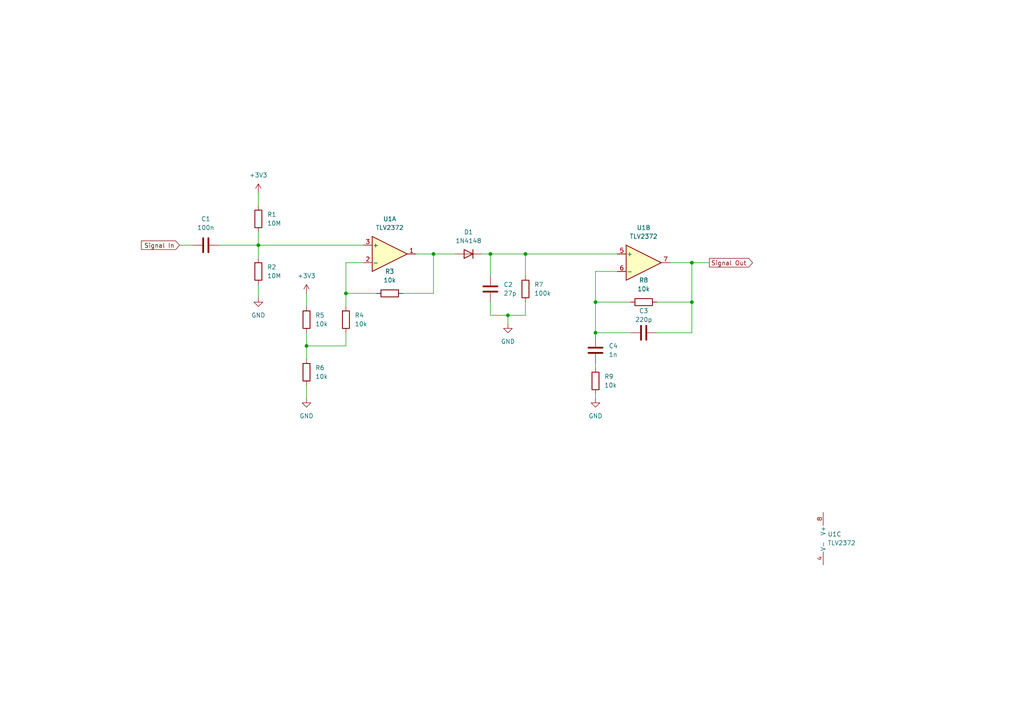
<source format=kicad_sch>
(kicad_sch (version 20230121) (generator eeschema)
  (paper "A4")
  (lib_symbols
    (symbol "Amplifier_Operational:TLV2372" (pin_names (offset 0.127))
      (property "Reference" "U" (at 0 5.08 0))
      (property "Value" "TLV2372" (at 0 -5.08 0))
      (symbol "TLV2372_1_1"
        (polyline (pts (xy -5.08 5.08) (xy 5.08 0) (xy -5.08 -5.08) (xy -5.08 5.08)) (stroke (width 0.254)) (fill (type background)))
        (pin output line (at 7.62 0 180) (length 2.54) (name "~") (number "1"))
        (pin input line (at -7.62 -2.54 0) (length 2.54) (name "-") (number "2"))
        (pin input line (at -7.62 2.54 0) (length 2.54) (name "+") (number "3"))
      )
      (symbol "TLV2372_2_1"
        (polyline (pts (xy -5.08 5.08) (xy 5.08 0) (xy -5.08 -5.08) (xy -5.08 5.08)) (stroke (width 0.254)) (fill (type background)))
        (pin input line (at -7.62 2.54 0) (length 2.54) (name "+") (number "5"))
        (pin input line (at -7.62 -2.54 0) (length 2.54) (name "-") (number "6"))
        (pin output line (at 7.62 0 180) (length 2.54) (name "~") (number "7"))
      )
      (symbol "TLV2372_3_1"
        (pin power_in line (at -2.54 -7.62 90) (length 3.81) (name "V-") (number "4"))
        (pin power_in line (at -2.54 7.62 270) (length 3.81) (name "V+") (number "8"))
      )
    )
    (symbol "Device:C" (pin_numbers hide) (pin_names (offset 0.254))
      (property "Reference" "C" (at 0.635 2.54 0))
      (property "Value" "C" (at 0.635 -2.54 0))
      (symbol "C_0_1"
        (polyline (pts (xy -2.032 -0.762) (xy 2.032 -0.762)) (stroke (width 0.508)))
        (polyline (pts (xy -2.032 0.762) (xy 2.032 0.762)) (stroke (width 0.508)))
      )
      (symbol "C_1_1"
        (pin passive line (at 0 3.81 270) (length 2.794) (name "~") (number "1"))
        (pin passive line (at 0 -3.81 90) (length 2.794) (name "~") (number "2"))
      )
    )
    (symbol "Device:R" (pin_numbers hide) (pin_names (offset 0))
      (property "Reference" "R" (at 2.032 0 90))
      (property "Value" "R" (at 0 0 90))
      (symbol "R_0_1"
        (rectangle (start -1.016 -2.54) (end 1.016 2.54) (stroke (width 0.254)))
      )
      (symbol "R_1_1"
        (pin passive line (at 0 3.81 270) (length 1.27) (name "~") (number "1"))
        (pin passive line (at 0 -3.81 90) (length 1.27) (name "~") (number "2"))
      )
    )
    (symbol "Diode:1N4148" (pin_numbers hide) (pin_names hide)
      (property "Reference" "D" (at 0 2.54 0))
      (property "Value" "1N4148" (at 0 -2.54 0))
      (symbol "1N4148_0_1"
        (polyline (pts (xy -1.27 1.27) (xy -1.27 -1.27)) (stroke (width 0.254)))
        (polyline (pts (xy 1.27 0) (xy -1.27 0)))
        (polyline (pts (xy 1.27 1.27) (xy 1.27 -1.27) (xy -1.27 0) (xy 1.27 1.27)) (stroke (width 0.254)))
      )
      (symbol "1N4148_1_1"
        (pin passive line (at -3.81 0 0) (length 2.54) (name "K") (number "1"))
        (pin passive line (at 3.81 0 180) (length 2.54) (name "A") (number "2"))
      )
    )
    (symbol "power:+3V3" (power) (pin_names (offset 0))
      (property "Value" "+3V3" (at 0 3.556 0))
      (symbol "+3V3_0_1"
        (polyline (pts (xy -0.762 1.27) (xy 0 2.54)))
        (polyline (pts (xy 0 0) (xy 0 2.54)))
        (polyline (pts (xy 0 2.54) (xy 0.762 1.27)))
      )
      (symbol "+3V3_1_1"
        (pin power_in line (at 0 0 90) (length 0) hide (name "+3V3") (number "1"))
      )
    )
    (symbol "power:GND" (power) (pin_names (offset 0))
      (property "Value" "GND" (at 0 -3.81 0))
      (symbol "GND_0_1"
        (polyline (pts (xy 0 0) (xy 0 -1.27) (xy 1.27 -1.27) (xy 0 -2.54) (xy -1.27 -1.27) (xy 0 -1.27)))
      )
      (symbol "GND_1_1"
        (pin power_in line (at 0 0 270) (length 0) hide (name "GND") (number "1"))
      )
    )
  )
  (junction (at 172.72 96.52))
  (junction (at 200.66 87.63))
  (junction (at 125.73 73.66))
  (junction (at 152.4 73.66))
  (junction (at 147.32 91.44))
  (junction (at 142.24 73.66))
  (junction (at 200.66 76.2))
  (junction (at 172.72 87.63))
  (junction (at 74.93 71.12))
  (junction (at 88.9 100.33))
  (junction (at 100.33 85.09))
  (wire (pts (xy 172.72 114.3) (xy 172.72 115.57)))
  (wire (pts (xy 88.9 100.33) (xy 100.33 100.33)))
  (wire (pts (xy 74.93 71.12) (xy 74.93 74.93)))
  (wire (pts (xy 200.66 96.52) (xy 200.66 87.63)))
  (wire (pts (xy 74.93 71.12) (xy 105.41 71.12)))
  (wire (pts (xy 100.33 76.2) (xy 100.33 85.09)))
  (wire (pts (xy 190.5 87.63) (xy 200.66 87.63)))
  (wire (pts (xy 125.73 85.09) (xy 125.73 73.66)))
  (wire (pts (xy 74.93 82.55) (xy 74.93 86.36)))
  (wire (pts (xy 152.4 73.66) (xy 179.07 73.66)))
  (wire (pts (xy 190.5 96.52) (xy 200.66 96.52)))
  (wire (pts (xy 179.07 78.74) (xy 172.72 78.74)))
  (wire (pts (xy 142.24 73.66) (xy 142.24 80.01)))
  (wire (pts (xy 152.4 91.44) (xy 147.32 91.44)))
  (wire (pts (xy 142.24 87.63) (xy 142.24 91.44)))
  (wire (pts (xy 152.4 73.66) (xy 142.24 73.66)))
  (wire (pts (xy 172.72 78.74) (xy 172.72 87.63)))
  (wire (pts (xy 88.9 96.52) (xy 88.9 100.33)))
  (wire (pts (xy 105.41 76.2) (xy 100.33 76.2)))
  (wire (pts (xy 132.08 73.66) (xy 125.73 73.66)))
  (wire (pts (xy 88.9 111.76) (xy 88.9 115.57)))
  (wire (pts (xy 200.66 76.2) (xy 194.31 76.2)))
  (wire (pts (xy 100.33 85.09) (xy 100.33 88.9)))
  (wire (pts (xy 52.07 71.12) (xy 55.88 71.12)))
  (wire (pts (xy 142.24 91.44) (xy 147.32 91.44)))
  (wire (pts (xy 125.73 73.66) (xy 120.65 73.66)))
  (wire (pts (xy 100.33 100.33) (xy 100.33 96.52)))
  (wire (pts (xy 172.72 87.63) (xy 182.88 87.63)))
  (wire (pts (xy 100.33 85.09) (xy 109.22 85.09)))
  (wire (pts (xy 74.93 67.31) (xy 74.93 71.12)))
  (wire (pts (xy 88.9 85.09) (xy 88.9 88.9)))
  (wire (pts (xy 147.32 93.98) (xy 147.32 91.44)))
  (wire (pts (xy 172.72 105.41) (xy 172.72 106.68)))
  (wire (pts (xy 152.4 87.63) (xy 152.4 91.44)))
  (wire (pts (xy 172.72 87.63) (xy 172.72 96.52)))
  (wire (pts (xy 200.66 87.63) (xy 200.66 76.2)))
  (wire (pts (xy 200.66 76.2) (xy 205.74 76.2)))
  (wire (pts (xy 74.93 55.88) (xy 74.93 59.69)))
  (wire (pts (xy 88.9 100.33) (xy 88.9 104.14)))
  (wire (pts (xy 139.7 73.66) (xy 142.24 73.66)))
  (wire (pts (xy 172.72 96.52) (xy 172.72 97.79)))
  (wire (pts (xy 152.4 80.01) (xy 152.4 73.66)))
  (wire (pts (xy 63.5 71.12) (xy 74.93 71.12)))
  (wire (pts (xy 172.72 96.52) (xy 182.88 96.52)))
  (wire (pts (xy 116.84 85.09) (xy 125.73 85.09)))
  (global_label "Signal Out" (shape output) (at 205.74 76.2 0) (property "Intersheetrefs" "${INTERSHEET_REFS}" (effects hide)))
  (global_label "Signal In" (shape input) (at 52.07 71.12 180) (property "Intersheetrefs" "${INTERSHEET_REFS}" (effects hide)))
  (symbol (lib_id "Device:R") (at 74.93 63.5 0) (unit 1)
    (property "Reference" "R1" (at 77.47 62.23 0) (effects (justify left)))
    (property "Value" "10M" (at 77.47 64.77 0) (effects (justify left)))
  )
  (symbol (lib_id "Device:R") (at 186.69 87.63 270) (unit 1)
    (property "Reference" "R8" (at 186.69 81.28 90))
    (property "Value" "10k" (at 186.69 83.82 90))
  )
  (symbol (lib_id "Device:R") (at 74.93 78.74 0) (unit 1)
    (property "Reference" "R2" (at 77.47 77.47 0) (effects (justify left)))
    (property "Value" "10M" (at 77.47 80.01 0) (effects (justify left)))
  )
  (symbol (lib_id "power:GND") (at 172.72 115.57 0) (unit 1)
    (property "Reference" "#PWR06" (effects hide))
    (property "Value" "GND" (at 172.72 120.65 0))
  )
  (symbol (lib_id "Device:R") (at 88.9 92.71 180) (unit 1)
    (property "Reference" "R5" (at 91.44 91.44 0) (effects (justify right)))
    (property "Value" "10k" (at 91.44 93.98 0) (effects (justify right)))
  )
  (symbol (lib_id "Device:C") (at 186.69 96.52 270) (unit 1)
    (property "Reference" "C3" (at 186.69 90.17 90))
    (property "Value" "220p" (at 186.69 92.71 90))
  )
  (symbol (lib_id "Device:C") (at 142.24 83.82 180) (unit 1)
    (property "Reference" "C2" (at 146.05 82.55 0) (effects (justify right)))
    (property "Value" "27p" (at 146.05 85.09 0) (effects (justify right)))
  )
  (symbol (lib_id "power:GND") (at 74.93 86.36 0) (unit 1)
    (property "Reference" "#PWR01" (effects hide))
    (property "Value" "GND" (at 74.93 91.44 0))
  )
  (symbol (lib_id "Device:R") (at 100.33 92.71 180) (unit 1)
    (property "Reference" "R4" (at 102.87 91.44 0) (effects (justify right)))
    (property "Value" "10k" (at 102.87 93.98 0) (effects (justify right)))
  )
  (symbol (lib_id "Device:C") (at 172.72 101.6 180) (unit 1)
    (property "Reference" "C4" (at 176.53 100.33 0) (effects (justify right)))
    (property "Value" "1n" (at 176.53 102.87 0) (effects (justify right)))
  )
  (symbol (lib_id "power:+3V3") (at 74.93 55.88 0) (unit 1)
    (property "Reference" "#PWR02" (effects hide))
    (property "Value" "+3V3" (at 74.93 50.8 0))
  )
  (symbol (lib_id "Device:R") (at 88.9 107.95 180) (unit 1)
    (property "Reference" "R6" (at 91.44 106.68 0) (effects (justify right)))
    (property "Value" "10k" (at 91.44 109.22 0) (effects (justify right)))
  )
  (symbol (lib_id "power:GND") (at 88.9 115.57 0) (unit 1)
    (property "Reference" "#PWR03" (effects hide))
    (property "Value" "GND" (at 88.9 120.65 0))
  )
  (symbol (lib_id "Device:C") (at 59.69 71.12 90) (unit 1)
    (property "Reference" "C1" (at 59.69 63.5 90))
    (property "Value" "100n" (at 59.69 66.04 90))
  )
  (symbol (lib_id "Device:R") (at 172.72 110.49 180) (unit 1)
    (property "Reference" "R9" (at 175.26 109.22 0) (effects (justify right)))
    (property "Value" "10k" (at 175.26 111.76 0) (effects (justify right)))
  )
  (symbol (lib_id "Diode:1N4148") (at 135.89 73.66 180) (unit 1)
    (property "Reference" "D1" (at 135.89 67.31 0))
    (property "Value" "1N4148" (at 135.89 69.85 0))
    (property "Footprint" "Diode_THT:D_DO-35_SOD27_P7.62mm_Horizontal" (effects hide))
    (property "Datasheet" "https://assets.nexperia.com/documents/data-sheet/1N4148_1N4448.pdf" (effects hide))
    (property "Sim.Device" "D" (effects hide))
    (property "Sim.Pins" "1=K 2=A" (effects hide))
  )
  (symbol (lib_id "power:GND") (at 147.32 93.98 0) (unit 1)
    (property "Reference" "#PWR05" (effects hide))
    (property "Value" "GND" (at 147.32 99.06 0))
  )
  (symbol (lib_id "Amplifier_Operational:TLV2372") (at 186.69 76.2 0) (unit 2)
    (property "Reference" "U1" (at 186.69 66.04 0))
    (property "Value" "TLV2372" (at 186.69 68.58 0))
    (property "Datasheet" "http://www.ti.com/lit/ds/symlink/tlv2375.pdf" (effects hide))
  )
  (symbol (lib_id "Device:R") (at 152.4 83.82 0) (unit 1)
    (property "Reference" "R7" (at 154.94 82.55 0) (effects (justify left)))
    (property "Value" "100k" (at 154.94 85.09 0) (effects (justify left)))
  )
  (symbol (lib_id "Amplifier_Operational:TLV2372") (at 241.3 156.21 0) (unit 3)
    (property "Reference" "U1" (at 240.03 154.94 0) (effects (justify left)))
    (property "Value" "TLV2372" (at 240.03 157.48 0) (effects (justify left)))
    (property "Datasheet" "http://www.ti.com/lit/ds/symlink/tlv2375.pdf" (effects hide))
  )
  (symbol (lib_id "Device:R") (at 113.03 85.09 270) (unit 1)
    (property "Reference" "R3" (at 113.03 78.74 90))
    (property "Value" "10k" (at 113.03 81.28 90))
  )
  (symbol (lib_id "power:+3V3") (at 88.9 85.09 0) (unit 1)
    (property "Reference" "#PWR04" (effects hide))
    (property "Value" "+3V3" (at 88.9 80.01 0))
  )
  (symbol (lib_id "Amplifier_Operational:TLV2372") (at 113.03 73.66 0) (unit 1)
    (property "Reference" "U1" (at 113.03 63.5 0))
    (property "Value" "TLV2372" (at 113.03 66.04 0))
    (property "Datasheet" "http://www.ti.com/lit/ds/symlink/tlv2375.pdf" (effects hide))
  )
)
</source>
